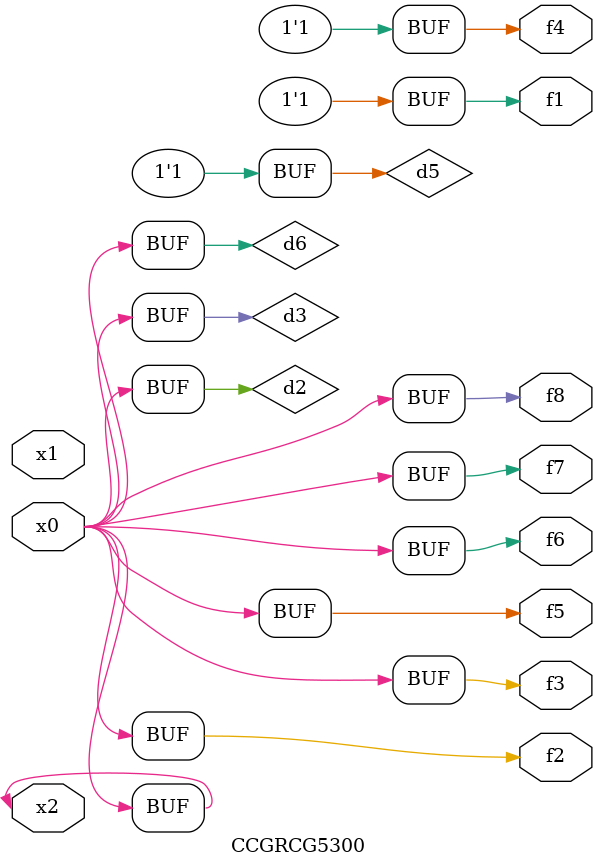
<source format=v>
module CCGRCG5300(
	input x0, x1, x2,
	output f1, f2, f3, f4, f5, f6, f7, f8
);

	wire d1, d2, d3, d4, d5, d6;

	xnor (d1, x2);
	buf (d2, x0, x2);
	and (d3, x0);
	xnor (d4, x1, x2);
	nand (d5, d1, d3);
	buf (d6, d2, d3);
	assign f1 = d5;
	assign f2 = d6;
	assign f3 = d6;
	assign f4 = d5;
	assign f5 = d6;
	assign f6 = d6;
	assign f7 = d6;
	assign f8 = d6;
endmodule

</source>
